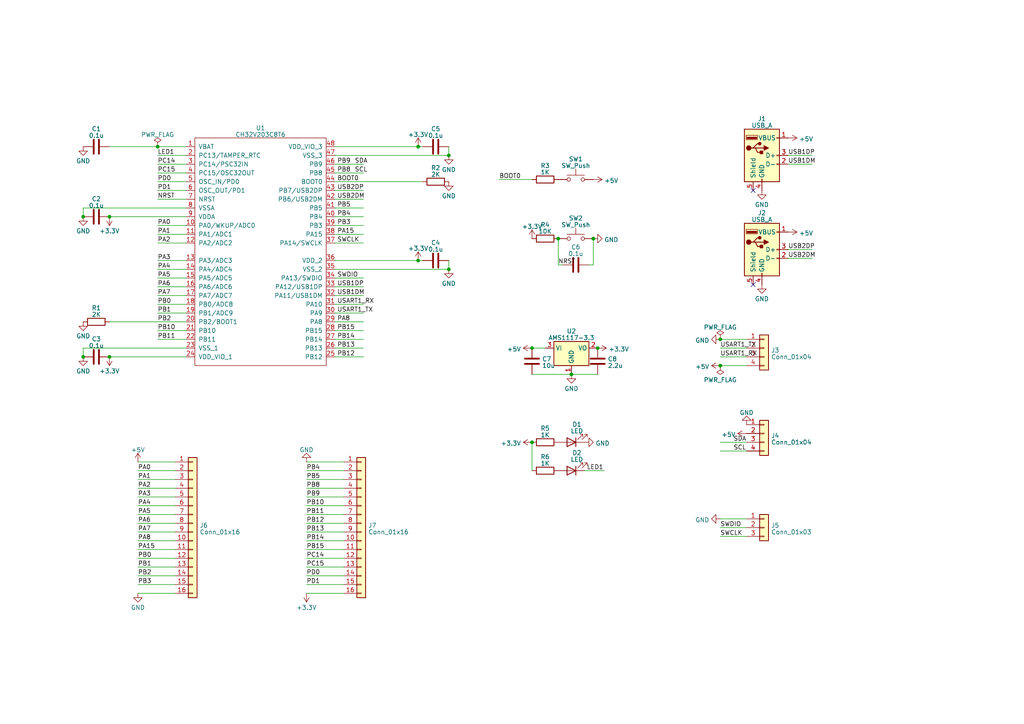
<source format=kicad_sch>
(kicad_sch (version 20230121) (generator eeschema)
  (paper "A4")
  (lib_symbols
    (symbol "Connector:USB_A" (pin_names (offset 1.016))
      (property "Reference" "J" (at -5.08 11.43 0))
      (property "Value" "USB_A" (at -5.08 8.89 0))
      (symbol "USB_A_0_1"
        (rectangle (start -5.08 -7.62) (end 5.08 7.62) (stroke (width 0.254)) (fill (type background)))
        (circle (center -3.81 2.159) (radius 0.635) (stroke (width 0.254)) (fill (type outline)))
        (rectangle (start -1.524 4.826) (end -4.318 5.334) (fill (type outline)))
        (rectangle (start -1.27 4.572) (end -4.572 5.842))
        (circle (center -0.635 3.429) (radius 0.381) (stroke (width 0.254)) (fill (type outline)))
        (rectangle (start -0.127 -7.62) (end 0.127 -6.858))
        (polyline (pts (xy -3.175 2.159) (xy -2.54 2.159) (xy -1.27 3.429) (xy -0.635 3.429)) (stroke (width 0.254)))
        (polyline (pts (xy -2.54 2.159) (xy -1.905 2.159) (xy -1.27 0.889) (xy 0 0.889)) (stroke (width 0.254)))
        (polyline (pts (xy 0.635 2.794) (xy 0.635 1.524) (xy 1.905 2.159) (xy 0.635 2.794)) (stroke (width 0.254)) (fill (type outline)))
        (rectangle (start 0.254 1.27) (end -0.508 0.508) (stroke (width 0.254)) (fill (type outline)))
        (rectangle (start 5.08 -2.667) (end 4.318 -2.413))
        (rectangle (start 5.08 -0.127) (end 4.318 0.127))
        (rectangle (start 5.08 4.953) (end 4.318 5.207))
      )
      (symbol "USB_A_1_1"
        (polyline (pts (xy -1.905 2.159) (xy 0.635 2.159)) (stroke (width 0.254)))
        (pin power_in line (at 7.62 5.08 180) (length 2.54) (name "VBUS") (number "1"))
        (pin bidirectional line (at 7.62 -2.54 180) (length 2.54) (name "D-") (number "2"))
        (pin bidirectional line (at 7.62 0 180) (length 2.54) (name "D+") (number "3"))
        (pin power_in line (at 0 -10.16 90) (length 2.54) (name "GND") (number "4"))
        (pin passive line (at -2.54 -10.16 90) (length 2.54) (name "Shield") (number "5"))
      )
    )
    (symbol "Connector_Generic:Conn_01x03" (pin_names (offset 1.016) hide)
      (property "Reference" "J" (at 0 5.08 0))
      (property "Value" "Conn_01x03" (at 0 -5.08 0))
      (symbol "Conn_01x03_1_1"
        (rectangle (start -1.27 -2.413) (end 0 -2.667) (stroke (width 0.1524)))
        (rectangle (start -1.27 0.127) (end 0 -0.127) (stroke (width 0.1524)))
        (rectangle (start -1.27 2.667) (end 0 2.413) (stroke (width 0.1524)))
        (rectangle (start -1.27 3.81) (end 1.27 -3.81) (stroke (width 0.254)) (fill (type background)))
        (pin passive line (at -5.08 2.54 0) (length 3.81) (name "Pin_1") (number "1"))
        (pin passive line (at -5.08 0 0) (length 3.81) (name "Pin_2") (number "2"))
        (pin passive line (at -5.08 -2.54 0) (length 3.81) (name "Pin_3") (number "3"))
      )
    )
    (symbol "Connector_Generic:Conn_01x04" (pin_names (offset 1.016) hide)
      (property "Reference" "J" (at 0 5.08 0))
      (property "Value" "Conn_01x04" (at 0 -7.62 0))
      (symbol "Conn_01x04_1_1"
        (rectangle (start -1.27 -4.953) (end 0 -5.207) (stroke (width 0.1524)))
        (rectangle (start -1.27 -2.413) (end 0 -2.667) (stroke (width 0.1524)))
        (rectangle (start -1.27 0.127) (end 0 -0.127) (stroke (width 0.1524)))
        (rectangle (start -1.27 2.667) (end 0 2.413) (stroke (width 0.1524)))
        (rectangle (start -1.27 3.81) (end 1.27 -6.35) (stroke (width 0.254)) (fill (type background)))
        (pin passive line (at -5.08 2.54 0) (length 3.81) (name "Pin_1") (number "1"))
        (pin passive line (at -5.08 0 0) (length 3.81) (name "Pin_2") (number "2"))
        (pin passive line (at -5.08 -2.54 0) (length 3.81) (name "Pin_3") (number "3"))
        (pin passive line (at -5.08 -5.08 0) (length 3.81) (name "Pin_4") (number "4"))
      )
    )
    (symbol "Connector_Generic:Conn_01x16" (pin_names (offset 1.016) hide)
      (property "Reference" "J" (at 0 20.32 0))
      (property "Value" "Conn_01x16" (at 0 -22.86 0))
      (symbol "Conn_01x16_1_1"
        (rectangle (start -1.27 -20.193) (end 0 -20.447) (stroke (width 0.1524)))
        (rectangle (start -1.27 -17.653) (end 0 -17.907) (stroke (width 0.1524)))
        (rectangle (start -1.27 -15.113) (end 0 -15.367) (stroke (width 0.1524)))
        (rectangle (start -1.27 -12.573) (end 0 -12.827) (stroke (width 0.1524)))
        (rectangle (start -1.27 -10.033) (end 0 -10.287) (stroke (width 0.1524)))
        (rectangle (start -1.27 -7.493) (end 0 -7.747) (stroke (width 0.1524)))
        (rectangle (start -1.27 -4.953) (end 0 -5.207) (stroke (width 0.1524)))
        (rectangle (start -1.27 -2.413) (end 0 -2.667) (stroke (width 0.1524)))
        (rectangle (start -1.27 0.127) (end 0 -0.127) (stroke (width 0.1524)))
        (rectangle (start -1.27 2.667) (end 0 2.413) (stroke (width 0.1524)))
        (rectangle (start -1.27 5.207) (end 0 4.953) (stroke (width 0.1524)))
        (rectangle (start -1.27 7.747) (end 0 7.493) (stroke (width 0.1524)))
        (rectangle (start -1.27 10.287) (end 0 10.033) (stroke (width 0.1524)))
        (rectangle (start -1.27 12.827) (end 0 12.573) (stroke (width 0.1524)))
        (rectangle (start -1.27 15.367) (end 0 15.113) (stroke (width 0.1524)))
        (rectangle (start -1.27 17.907) (end 0 17.653) (stroke (width 0.1524)))
        (rectangle (start -1.27 19.05) (end 1.27 -21.59) (stroke (width 0.254)) (fill (type background)))
        (pin passive line (at -5.08 17.78 0) (length 3.81) (name "Pin_1") (number "1"))
        (pin passive line (at -5.08 -5.08 0) (length 3.81) (name "Pin_10") (number "10"))
        (pin passive line (at -5.08 -7.62 0) (length 3.81) (name "Pin_11") (number "11"))
        (pin passive line (at -5.08 -10.16 0) (length 3.81) (name "Pin_12") (number "12"))
        (pin passive line (at -5.08 -12.7 0) (length 3.81) (name "Pin_13") (number "13"))
        (pin passive line (at -5.08 -15.24 0) (length 3.81) (name "Pin_14") (number "14"))
        (pin passive line (at -5.08 -17.78 0) (length 3.81) (name "Pin_15") (number "15"))
        (pin passive line (at -5.08 -20.32 0) (length 3.81) (name "Pin_16") (number "16"))
        (pin passive line (at -5.08 15.24 0) (length 3.81) (name "Pin_2") (number "2"))
        (pin passive line (at -5.08 12.7 0) (length 3.81) (name "Pin_3") (number "3"))
        (pin passive line (at -5.08 10.16 0) (length 3.81) (name "Pin_4") (number "4"))
        (pin passive line (at -5.08 7.62 0) (length 3.81) (name "Pin_5") (number "5"))
        (pin passive line (at -5.08 5.08 0) (length 3.81) (name "Pin_6") (number "6"))
        (pin passive line (at -5.08 2.54 0) (length 3.81) (name "Pin_7") (number "7"))
        (pin passive line (at -5.08 0 0) (length 3.81) (name "Pin_8") (number "8"))
        (pin passive line (at -5.08 -2.54 0) (length 3.81) (name "Pin_9") (number "9"))
      )
    )
    (symbol "Device:C" (pin_numbers hide) (pin_names (offset 0.254))
      (property "Reference" "C" (at 0.635 2.54 0))
      (property "Value" "C" (at 0.635 -2.54 0))
      (symbol "C_0_1"
        (polyline (pts (xy -2.032 -0.762) (xy 2.032 -0.762)) (stroke (width 0.508)))
        (polyline (pts (xy -2.032 0.762) (xy 2.032 0.762)) (stroke (width 0.508)))
      )
      (symbol "C_1_1"
        (pin passive line (at 0 3.81 270) (length 2.794) (name "~") (number "1"))
        (pin passive line (at 0 -3.81 90) (length 2.794) (name "~") (number "2"))
      )
    )
    (symbol "Device:LED" (pin_numbers hide) (pin_names (offset 1.016) hide)
      (property "Reference" "D" (at 0 2.54 0))
      (property "Value" "LED" (at 0 -2.54 0))
      (symbol "LED_0_1"
        (polyline (pts (xy -1.27 -1.27) (xy -1.27 1.27)) (stroke (width 0.254)))
        (polyline (pts (xy -1.27 0) (xy 1.27 0)))
        (polyline (pts (xy 1.27 -1.27) (xy 1.27 1.27) (xy -1.27 0) (xy 1.27 -1.27)) (stroke (width 0.254)))
        (polyline (pts (xy -3.048 -0.762) (xy -4.572 -2.286) (xy -3.81 -2.286) (xy -4.572 -2.286) (xy -4.572 -1.524)))
        (polyline (pts (xy -1.778 -0.762) (xy -3.302 -2.286) (xy -2.54 -2.286) (xy -3.302 -2.286) (xy -3.302 -1.524)))
      )
      (symbol "LED_1_1"
        (pin passive line (at -3.81 0 0) (length 2.54) (name "K") (number "1"))
        (pin passive line (at 3.81 0 180) (length 2.54) (name "A") (number "2"))
      )
    )
    (symbol "Device:R" (pin_numbers hide) (pin_names (offset 0))
      (property "Reference" "R" (at 2.032 0 90))
      (property "Value" "R" (at 0 0 90))
      (symbol "R_0_1"
        (rectangle (start -1.016 -2.54) (end 1.016 2.54) (stroke (width 0.254)))
      )
      (symbol "R_1_1"
        (pin passive line (at 0 3.81 270) (length 1.27) (name "~") (number "1"))
        (pin passive line (at 0 -3.81 90) (length 1.27) (name "~") (number "2"))
      )
    )
    (symbol "Regulator_Linear:AMS1117-3.3"
      (property "Reference" "U" (at -3.81 3.175 0))
      (property "Value" "AMS1117-3.3" (at 0 3.175 0))
      (symbol "AMS1117-3.3_0_1"
        (rectangle (start -5.08 -5.08) (end 5.08 1.905) (stroke (width 0.254)) (fill (type background)))
      )
      (symbol "AMS1117-3.3_1_1"
        (pin power_in line (at 0 -7.62 90) (length 2.54) (name "GND") (number "1"))
        (pin power_out line (at 7.62 0 180) (length 2.54) (name "VO") (number "2"))
        (pin power_in line (at -7.62 0 0) (length 2.54) (name "VI") (number "3"))
      )
    )
    (symbol "Switch:SW_Push" (pin_numbers hide) (pin_names (offset 1.016) hide)
      (property "Reference" "SW" (at 1.27 2.54 0))
      (property "Value" "SW_Push" (at 0 -1.524 0))
      (symbol "SW_Push_0_1"
        (circle (center -2.032 0) (radius 0.508))
        (polyline (pts (xy 0 1.27) (xy 0 3.048)))
        (polyline (pts (xy 2.54 1.27) (xy -2.54 1.27)))
        (circle (center 2.032 0) (radius 0.508))
        (pin passive line (at -5.08 0 0) (length 2.54) (name "1") (number "1"))
        (pin passive line (at 5.08 0 180) (length 2.54) (name "2") (number "2"))
      )
    )
    (symbol "power:+3.3V" (power) (pin_names (offset 0))
      (property "Value" "+3.3V" (at 0 3.556 0))
      (symbol "+3.3V_0_1"
        (polyline (pts (xy -0.762 1.27) (xy 0 2.54)))
        (polyline (pts (xy 0 0) (xy 0 2.54)))
        (polyline (pts (xy 0 2.54) (xy 0.762 1.27)))
      )
      (symbol "+3.3V_1_1"
        (pin power_in line (at 0 0 90) (length 0) hide (name "+3.3V") (number "1"))
      )
    )
    (symbol "power:+5V" (power) (pin_names (offset 0))
      (property "Value" "+5V" (at 0 3.556 0))
      (symbol "+5V_0_1"
        (polyline (pts (xy -0.762 1.27) (xy 0 2.54)))
        (polyline (pts (xy 0 0) (xy 0 2.54)))
        (polyline (pts (xy 0 2.54) (xy 0.762 1.27)))
      )
      (symbol "+5V_1_1"
        (pin power_in line (at 0 0 90) (length 0) hide (name "+5V") (number "1"))
      )
    )
    (symbol "power:GND" (power) (pin_names (offset 0))
      (property "Value" "GND" (at 0 -3.81 0))
      (symbol "GND_0_1"
        (polyline (pts (xy 0 0) (xy 0 -1.27) (xy 1.27 -1.27) (xy 0 -2.54) (xy -1.27 -1.27) (xy 0 -1.27)))
      )
      (symbol "GND_1_1"
        (pin power_in line (at 0 0 270) (length 0) hide (name "GND") (number "1"))
      )
    )
    (symbol "power:PWR_FLAG" (power) (pin_numbers hide) (pin_names (offset 0) hide)
      (property "Value" "PWR_FLAG" (at 0 3.81 0))
      (symbol "PWR_FLAG_0_0"
        (pin power_out line (at 0 0 90) (length 0) (name "pwr") (number "1"))
      )
      (symbol "PWR_FLAG_0_1"
        (polyline (pts (xy 0 0) (xy 0 1.27) (xy -1.016 1.905) (xy 0 2.54) (xy 1.016 1.905) (xy 0 1.27)))
      )
    )
    (symbol "toyoshim:CH32V203C8T6" (pin_names (offset 1.016))
      (property "Reference" "U" (at 0 36.83 0))
      (property "Value" "CH32V203C8T6" (at 0 34.29 0))
      (symbol "CH32V203C8T6_0_1"
        (rectangle (start -19.05 31.75) (end 19.05 -34.29))
      )
      (symbol "CH32V203C8T6_1_1"
        (pin power_in line (at -21.59 29.21 0) (length 2.54) (name "VBAT") (number "1"))
        (pin tri_state line (at -21.59 6.35 0) (length 2.54) (name "PA0/WKUP/ADC0") (number "10"))
        (pin tri_state line (at -21.59 3.81 0) (length 2.54) (name "PA1/ADC1") (number "11"))
        (pin tri_state line (at -21.59 1.27 0) (length 2.54) (name "PA2/ADC2") (number "12"))
        (pin tri_state line (at -21.59 -3.81 0) (length 2.54) (name "PA3/ADC3") (number "13"))
        (pin tri_state line (at -21.59 -6.35 0) (length 2.54) (name "PA4/ADC4") (number "14"))
        (pin tri_state line (at -21.59 -8.89 0) (length 2.54) (name "PA5/ADC5") (number "15"))
        (pin tri_state line (at -21.59 -11.43 0) (length 2.54) (name "PA6/ADC6") (number "16"))
        (pin tri_state line (at -21.59 -13.97 0) (length 2.54) (name "PA7/ADC7") (number "17"))
        (pin tri_state line (at -21.59 -16.51 0) (length 2.54) (name "PB0/ADC8") (number "18"))
        (pin tri_state line (at -21.59 -19.05 0) (length 2.54) (name "PB1/ADC9") (number "19"))
        (pin tri_state line (at -21.59 26.67 0) (length 2.54) (name "PC13/TAMPER_RTC") (number "2"))
        (pin tri_state line (at -21.59 -21.59 0) (length 2.54) (name "PB2/BOOT1") (number "20"))
        (pin tri_state line (at -21.59 -24.13 0) (length 2.54) (name "PB10") (number "21"))
        (pin tri_state line (at -21.59 -26.67 0) (length 2.54) (name "PB11") (number "22"))
        (pin power_in line (at -21.59 -29.21 0) (length 2.54) (name "VSS_1") (number "23"))
        (pin power_in line (at -21.59 -31.75 0) (length 2.54) (name "VDD_VIO_1") (number "24"))
        (pin tri_state line (at 21.59 -31.75 180) (length 2.54) (name "PB12") (number "25"))
        (pin tri_state line (at 21.59 -29.21 180) (length 2.54) (name "PB13") (number "26"))
        (pin tri_state line (at 21.59 -26.67 180) (length 2.54) (name "PB14") (number "27"))
        (pin tri_state line (at 21.59 -24.13 180) (length 2.54) (name "PB15") (number "28"))
        (pin tri_state line (at 21.59 -21.59 180) (length 2.54) (name "PA8") (number "29"))
        (pin tri_state line (at -21.59 24.13 0) (length 2.54) (name "PC14/PSC32IN") (number "3"))
        (pin tri_state line (at 21.59 -19.05 180) (length 2.54) (name "PA9") (number "30"))
        (pin tri_state line (at 21.59 -16.51 180) (length 2.54) (name "PA10") (number "31"))
        (pin tri_state line (at 21.59 -13.97 180) (length 2.54) (name "PA11/USB1DM") (number "32"))
        (pin tri_state line (at 21.59 -11.43 180) (length 2.54) (name "PA12/USB1DP") (number "33"))
        (pin tri_state line (at 21.59 -8.89 180) (length 2.54) (name "PA13/SWDIO") (number "34"))
        (pin power_in line (at 21.59 -6.35 180) (length 2.54) (name "VSS_2") (number "35"))
        (pin power_in line (at 21.59 -3.81 180) (length 2.54) (name "VDD_2") (number "36"))
        (pin tri_state line (at 21.59 1.27 180) (length 2.54) (name "PA14/SWCLK") (number "37"))
        (pin tri_state line (at 21.59 3.81 180) (length 2.54) (name "PA15") (number "38"))
        (pin tri_state line (at 21.59 6.35 180) (length 2.54) (name "PB3") (number "39"))
        (pin tri_state line (at -21.59 21.59 0) (length 2.54) (name "PC15/OSC32OUT") (number "4"))
        (pin tri_state line (at 21.59 8.89 180) (length 2.54) (name "PB4") (number "40"))
        (pin tri_state line (at 21.59 11.43 180) (length 2.54) (name "PB5") (number "41"))
        (pin tri_state line (at 21.59 13.97 180) (length 2.54) (name "PB6/USB2DM") (number "42"))
        (pin tri_state line (at 21.59 16.51 180) (length 2.54) (name "PB7/USB2DP") (number "43"))
        (pin tri_state line (at 21.59 19.05 180) (length 2.54) (name "BOOT0") (number "44"))
        (pin tri_state line (at 21.59 21.59 180) (length 2.54) (name "PB8") (number "45"))
        (pin tri_state line (at 21.59 24.13 180) (length 2.54) (name "PB9") (number "46"))
        (pin power_in line (at 21.59 26.67 180) (length 2.54) (name "VSS_3") (number "47"))
        (pin power_in line (at 21.59 29.21 180) (length 2.54) (name "VDD_VIO_3") (number "48"))
        (pin tri_state line (at -21.59 19.05 0) (length 2.54) (name "OSC_IN/PD0") (number "5"))
        (pin tri_state line (at -21.59 16.51 0) (length 2.54) (name "OSC_OUT/PD1") (number "6"))
        (pin input line (at -21.59 13.97 0) (length 2.54) (name "NRST") (number "7"))
        (pin power_in line (at -21.59 11.43 0) (length 2.54) (name "VSSA") (number "8"))
        (pin power_in line (at -21.59 8.89 0) (length 2.54) (name "VDDA") (number "9"))
      )
    )
  )
  (junction (at 173.355 100.965))
  (junction (at 154.305 128.27))
  (junction (at 121.285 75.565))
  (junction (at 45.72 42.545))
  (junction (at 172.085 69.215))
  (junction (at 31.75 103.505))
  (junction (at 154.305 100.965))
  (junction (at 121.285 42.545))
  (junction (at 24.13 103.505))
  (junction (at 161.925 69.215))
  (junction (at 24.13 62.865))
  (junction (at 165.735 108.585))
  (junction (at 208.915 98.425))
  (junction (at 130.175 78.105))
  (junction (at 130.175 45.085))
  (junction (at 31.75 62.865))
  (junction (at 208.915 106.045))
  (no_connect (at 218.44 82.55))
  (no_connect (at 218.44 55.245))
  (wire (pts (xy 97.155 60.325) (xy 105.41 60.325)))
  (wire (pts (xy 172.085 76.835) (xy 170.815 76.835)))
  (wire (pts (xy 45.72 45.085) (xy 53.975 45.085)))
  (wire (pts (xy 97.155 65.405) (xy 105.41 65.405)))
  (wire (pts (xy 121.285 75.565) (xy 122.555 75.565)))
  (wire (pts (xy 40.005 139.065) (xy 50.8 139.065)))
  (wire (pts (xy 40.005 133.985) (xy 50.8 133.985)))
  (wire (pts (xy 228.6 74.93) (xy 235.585 74.93)))
  (wire (pts (xy 45.72 70.485) (xy 53.975 70.485)))
  (wire (pts (xy 88.9 167.005) (xy 99.695 167.005)))
  (wire (pts (xy 88.9 169.545) (xy 99.695 169.545)))
  (wire (pts (xy 40.005 167.005) (xy 50.8 167.005)))
  (wire (pts (xy 97.155 62.865) (xy 105.41 62.865)))
  (wire (pts (xy 97.155 100.965) (xy 105.41 100.965)))
  (wire (pts (xy 88.9 156.845) (xy 99.695 156.845)))
  (wire (pts (xy 45.72 78.105) (xy 53.975 78.105)))
  (wire (pts (xy 97.155 95.885) (xy 105.41 95.885)))
  (wire (pts (xy 130.175 45.085) (xy 130.175 42.545)))
  (wire (pts (xy 40.005 161.925) (xy 50.8 161.925)))
  (wire (pts (xy 208.915 153.035) (xy 216.535 153.035)))
  (wire (pts (xy 45.72 65.405) (xy 53.975 65.405)))
  (wire (pts (xy 228.6 45.085) (xy 235.585 45.085)))
  (wire (pts (xy 228.6 72.39) (xy 235.585 72.39)))
  (wire (pts (xy 208.915 98.425) (xy 216.535 98.425)))
  (wire (pts (xy 45.72 80.645) (xy 53.975 80.645)))
  (wire (pts (xy 97.155 98.425) (xy 105.41 98.425)))
  (wire (pts (xy 88.9 141.605) (xy 99.695 141.605)))
  (wire (pts (xy 97.155 70.485) (xy 105.41 70.485)))
  (wire (pts (xy 45.72 47.625) (xy 53.975 47.625)))
  (wire (pts (xy 40.005 151.765) (xy 50.8 151.765)))
  (wire (pts (xy 97.155 67.945) (xy 105.41 67.945)))
  (wire (pts (xy 208.915 150.495) (xy 216.535 150.495)))
  (wire (pts (xy 208.915 128.27) (xy 216.535 128.27)))
  (wire (pts (xy 88.9 154.305) (xy 99.695 154.305)))
  (wire (pts (xy 88.9 151.765) (xy 99.695 151.765)))
  (wire (pts (xy 40.005 156.845) (xy 50.8 156.845)))
  (wire (pts (xy 97.155 75.565) (xy 121.285 75.565)))
  (wire (pts (xy 208.915 103.505) (xy 216.535 103.505)))
  (wire (pts (xy 45.72 85.725) (xy 53.975 85.725)))
  (wire (pts (xy 45.72 50.165) (xy 53.975 50.165)))
  (wire (pts (xy 97.155 103.505) (xy 105.41 103.505)))
  (wire (pts (xy 97.155 42.545) (xy 121.285 42.545)))
  (wire (pts (xy 172.085 69.215) (xy 172.085 76.835)))
  (wire (pts (xy 97.155 85.725) (xy 105.41 85.725)))
  (wire (pts (xy 161.925 69.215) (xy 161.925 76.835)))
  (wire (pts (xy 45.72 90.805) (xy 53.975 90.805)))
  (wire (pts (xy 97.155 90.805) (xy 105.41 90.805)))
  (wire (pts (xy 208.915 155.575) (xy 216.535 155.575)))
  (wire (pts (xy 24.13 100.965) (xy 53.975 100.965)))
  (wire (pts (xy 208.915 106.045) (xy 216.535 106.045)))
  (wire (pts (xy 97.155 80.645) (xy 105.41 80.645)))
  (wire (pts (xy 154.305 100.965) (xy 158.115 100.965)))
  (wire (pts (xy 208.915 130.81) (xy 216.535 130.81)))
  (wire (pts (xy 45.72 75.565) (xy 53.975 75.565)))
  (wire (pts (xy 40.005 141.605) (xy 50.8 141.605)))
  (wire (pts (xy 97.155 83.185) (xy 105.41 83.185)))
  (wire (pts (xy 121.285 42.545) (xy 122.555 42.545)))
  (wire (pts (xy 97.155 55.245) (xy 105.41 55.245)))
  (wire (pts (xy 31.75 62.865) (xy 53.975 62.865)))
  (wire (pts (xy 40.005 159.385) (xy 50.8 159.385)))
  (wire (pts (xy 88.9 139.065) (xy 99.695 139.065)))
  (wire (pts (xy 24.13 60.325) (xy 53.975 60.325)))
  (wire (pts (xy 97.155 50.165) (xy 105.41 50.165)))
  (wire (pts (xy 169.545 136.525) (xy 175.26 136.525)))
  (wire (pts (xy 31.75 103.505) (xy 53.975 103.505)))
  (wire (pts (xy 144.78 52.07) (xy 154.305 52.07)))
  (wire (pts (xy 40.005 136.525) (xy 50.8 136.525)))
  (wire (pts (xy 31.75 93.345) (xy 53.975 93.345)))
  (wire (pts (xy 154.305 128.27) (xy 154.305 136.525)))
  (wire (pts (xy 45.72 52.705) (xy 53.975 52.705)))
  (wire (pts (xy 40.005 169.545) (xy 50.8 169.545)))
  (wire (pts (xy 88.9 136.525) (xy 99.695 136.525)))
  (wire (pts (xy 45.72 95.885) (xy 53.975 95.885)))
  (wire (pts (xy 88.9 161.925) (xy 99.695 161.925)))
  (wire (pts (xy 88.9 144.145) (xy 99.695 144.145)))
  (wire (pts (xy 154.305 108.585) (xy 165.735 108.585)))
  (wire (pts (xy 161.925 76.835) (xy 163.195 76.835)))
  (wire (pts (xy 24.13 60.325) (xy 24.13 62.865)))
  (wire (pts (xy 88.9 159.385) (xy 99.695 159.385)))
  (wire (pts (xy 97.155 45.085) (xy 130.175 45.085)))
  (wire (pts (xy 130.175 78.105) (xy 130.175 75.565)))
  (wire (pts (xy 40.005 149.225) (xy 50.8 149.225)))
  (wire (pts (xy 97.155 78.105) (xy 130.175 78.105)))
  (wire (pts (xy 88.9 133.985) (xy 99.695 133.985)))
  (wire (pts (xy 40.005 146.685) (xy 50.8 146.685)))
  (wire (pts (xy 208.915 100.965) (xy 216.535 100.965)))
  (wire (pts (xy 165.735 108.585) (xy 173.355 108.585)))
  (wire (pts (xy 45.72 67.945) (xy 53.975 67.945)))
  (wire (pts (xy 45.72 57.785) (xy 53.975 57.785)))
  (wire (pts (xy 45.72 98.425) (xy 53.975 98.425)))
  (wire (pts (xy 88.9 172.085) (xy 99.695 172.085)))
  (wire (pts (xy 31.75 42.545) (xy 45.72 42.545)))
  (wire (pts (xy 24.13 100.965) (xy 24.13 103.505)))
  (wire (pts (xy 97.155 47.625) (xy 105.41 47.625)))
  (wire (pts (xy 45.72 42.545) (xy 53.975 42.545)))
  (wire (pts (xy 40.005 154.305) (xy 50.8 154.305)))
  (wire (pts (xy 88.9 146.685) (xy 99.695 146.685)))
  (wire (pts (xy 40.005 172.085) (xy 50.8 172.085)))
  (wire (pts (xy 97.155 57.785) (xy 105.41 57.785)))
  (wire (pts (xy 97.155 88.265) (xy 105.41 88.265)))
  (wire (pts (xy 97.155 93.345) (xy 105.41 93.345)))
  (wire (pts (xy 40.005 144.145) (xy 50.8 144.145)))
  (wire (pts (xy 40.005 164.465) (xy 50.8 164.465)))
  (wire (pts (xy 45.72 83.185) (xy 53.975 83.185)))
  (wire (pts (xy 97.155 52.705) (xy 122.555 52.705)))
  (wire (pts (xy 88.9 164.465) (xy 99.695 164.465)))
  (wire (pts (xy 228.6 47.625) (xy 235.585 47.625)))
  (wire (pts (xy 45.72 88.265) (xy 53.975 88.265)))
  (wire (pts (xy 45.72 55.245) (xy 53.975 55.245)))
  (wire (pts (xy 88.9 149.225) (xy 99.695 149.225)))
  (label "PD0" (at 88.9 167.005 0))
  (label "PA6" (at 45.72 83.185 0))
  (label "PA8" (at 40.005 156.845 0))
  (label "PA2" (at 40.005 141.605 0))
  (label "SWDIO" (at 97.79 80.645 0))
  (label "PA1" (at 45.72 67.945 0))
  (label "PA0" (at 40.005 136.525 0))
  (label "PB3" (at 40.005 169.545 0))
  (label "PD1" (at 88.9 169.545 0))
  (label "PA6" (at 40.005 151.765 0))
  (label "BOOT0" (at 144.78 52.07 0))
  (label "PA4" (at 45.72 78.105 0))
  (label "PB12" (at 88.9 151.765 0))
  (label "SWCLK" (at 97.79 70.485 0))
  (label "BOOT0" (at 97.79 52.705 0))
  (label "PB9" (at 88.9 144.145 0))
  (label "PA7" (at 40.005 154.305 0))
  (label "PB14" (at 88.9 156.845 0))
  (label "PB2" (at 45.72 93.345 0))
  (label "USB1DP" (at 97.79 83.185 0))
  (label "SWDIO" (at 208.915 153.035 0))
  (label "PB5" (at 97.79 60.325 0))
  (label "PA8" (at 97.79 93.345 0))
  (label "PB10" (at 45.72 95.885 0))
  (label "PB10" (at 88.9 146.685 0))
  (label "PB11" (at 88.9 149.225 0))
  (label "PB2" (at 40.005 167.005 0))
  (label "USB2DP" (at 97.79 55.245 0))
  (label "USB1DM" (at 228.6 47.625 0))
  (label "PB12" (at 97.79 103.505 0))
  (label "PB1" (at 40.005 164.465 0))
  (label "PB11" (at 45.72 98.425 0))
  (label "PB0" (at 40.005 161.925 0))
  (label "PA7" (at 45.72 85.725 0))
  (label "PA2" (at 45.72 70.485 0))
  (label "PA5" (at 45.72 80.645 0))
  (label "PA3" (at 45.72 75.565 0))
  (label "LED1" (at 170.18 136.525 0))
  (label "PB15" (at 97.79 95.885 0))
  (label "USB1DP" (at 228.6 45.085 0))
  (label "PC14" (at 45.72 47.625 0))
  (label "USB1DM" (at 97.79 85.725 0))
  (label "PB8" (at 97.79 50.165 0))
  (label "PB13" (at 88.9 154.305 0))
  (label "USART1_TX" (at 97.79 90.805 0))
  (label "SCL" (at 212.725 130.81 0))
  (label "USART1_RX" (at 97.79 88.265 0))
  (label "PD1" (at 45.72 55.245 0))
  (label "NRST" (at 161.925 76.835 0))
  (label "PB15" (at 88.9 159.385 0))
  (label "PA3" (at 40.005 144.145 0))
  (label "PA5" (at 40.005 149.225 0))
  (label "USART1_TX" (at 208.915 100.965 0))
  (label "SDA" (at 102.87 47.625 0))
  (label "PA15" (at 40.005 159.385 0))
  (label "SCL" (at 102.87 50.165 0))
  (label "SDA" (at 212.725 128.27 0))
  (label "PB14" (at 97.79 98.425 0))
  (label "PB5" (at 88.9 139.065 0))
  (label "USB2DM" (at 97.79 57.785 0))
  (label "PC15" (at 45.72 50.165 0))
  (label "NRST" (at 45.72 57.785 0))
  (label "PB4" (at 88.9 136.525 0))
  (label "PA4" (at 40.005 146.685 0))
  (label "PD0" (at 45.72 52.705 0))
  (label "PB13" (at 97.79 100.965 0))
  (label "USART1_RX" (at 208.915 103.505 0))
  (label "PB1" (at 45.72 90.805 0))
  (label "PC14" (at 88.9 161.925 0))
  (label "PB8" (at 88.9 141.605 0))
  (label "USB2DM" (at 228.6 74.93 0))
  (label "PB4" (at 97.79 62.865 0))
  (label "USB2DP" (at 228.6 72.39 0))
  (label "PB9" (at 97.79 47.625 0))
  (label "PC15" (at 88.9 164.465 0))
  (label "LED1" (at 45.72 45.085 0))
  (label "PB0" (at 45.72 88.265 0))
  (label "SWCLK" (at 208.915 155.575 0))
  (label "PA0" (at 45.72 65.405 0))
  (label "PB3" (at 97.79 65.405 0))
  (label "PA1" (at 40.005 139.065 0))
  (label "PA15" (at 97.79 67.945 0))
  (symbol (lib_id "Device:C") (at 126.365 75.565 90) (unit 1)
    (property "Reference" "C4" (at 126.365 70.3961 90))
    (property "Value" "0.1u" (at 126.365 72.3171 90))
    (property "Footprint" "Capacitor_SMD:C_0402_1005Metric" (effects hide))
  )
  (symbol (lib_id "Device:C") (at 173.355 104.775 0) (unit 1)
    (property "Reference" "C8" (at 176.276 104.1313 0) (effects (justify left)))
    (property "Value" "2.2u" (at 176.276 106.0523 0) (effects (justify left)))
    (property "Footprint" "Capacitor_SMD:C_0402_1005Metric" (effects hide))
  )
  (symbol (lib_id "Switch:SW_Push") (at 167.005 52.07 0) (unit 1)
    (property "Reference" "SW1" (at 167.005 46.1391 0))
    (property "Value" "SW_Push" (at 167.005 48.0601 0))
    (property "Footprint" "toyoshim:TS-1159B" (effects hide))
    (property "LCSC" "C381055" (effects hide))
  )
  (symbol (lib_id "power:+3.3V") (at 154.305 69.215 0) (unit 1)
    (property "Reference" "#PWR013" (effects hide))
    (property "Value" "+3.3V" (at 154.305 65.7131 0))
  )
  (symbol (lib_id "power:+3.3V") (at 154.305 128.27 90) (unit 1)
    (property "Reference" "#PWR027" (effects hide))
    (property "Value" "+3.3V" (at 151.13 128.5868 90) (effects (justify left)))
  )
  (symbol (lib_id "power:+5V") (at 228.6 40.005 270) (unit 1)
    (property "Reference" "#PWR015" (effects hide))
    (property "Value" "+5V" (at 231.775 40.3218 90) (effects (justify left)))
  )
  (symbol (lib_id "Device:C") (at 27.94 62.865 90) (unit 1)
    (property "Reference" "C2" (at 27.94 57.6961 90))
    (property "Value" "0.1u" (at 27.94 59.6171 90))
    (property "Footprint" "Capacitor_SMD:C_0402_1005Metric" (effects hide))
  )
  (symbol (lib_id "Device:R") (at 27.94 93.345 90) (unit 1)
    (property "Reference" "R1" (at 27.94 89.3191 90))
    (property "Value" "2K" (at 27.94 91.2401 90))
    (property "Footprint" "Resistor_SMD:R_0402_1005Metric" (effects hide))
  )
  (symbol (lib_id "power:GND") (at 24.13 93.345 0) (unit 1)
    (property "Reference" "#PWR010" (effects hide))
    (property "Value" "GND" (at 24.13 97.4805 0))
  )
  (symbol (lib_id "power:+5V") (at 208.915 106.045 90) (unit 1)
    (property "Reference" "#PWR020" (effects hide))
    (property "Value" "+5V" (at 205.7401 106.3618 90) (effects (justify left)))
  )
  (symbol (lib_id "Connector:USB_A") (at 220.98 72.39 0) (unit 1)
    (property "Reference" "J2" (at 220.98 61.7601 0))
    (property "Value" "USB_A" (at 220.98 63.6811 0))
    (property "Footprint" "toyoshim:USB-A-TH_JTJ-USB-A-F-10.0-010" (effects hide))
    (property "Datasheet" " ~" (effects hide))
    (property "LCSC" "C42576" (effects hide))
  )
  (symbol (lib_id "Device:C") (at 126.365 42.545 90) (unit 1)
    (property "Reference" "C5" (at 126.365 37.3761 90))
    (property "Value" "0.1u" (at 126.365 39.2971 90))
    (property "Footprint" "Capacitor_SMD:C_0402_1005Metric" (effects hide))
  )
  (symbol (lib_id "power:+5V") (at 40.005 133.985 0) (unit 1)
    (property "Reference" "#PWR029" (effects hide))
    (property "Value" "+5V" (at 40.005 130.4831 0))
  )
  (symbol (lib_id "Switch:SW_Push") (at 167.005 69.215 0) (unit 1)
    (property "Reference" "SW2" (at 167.005 63.2841 0))
    (property "Value" "SW_Push" (at 167.005 65.2051 0))
    (property "Footprint" "toyoshim:TS-1159B" (effects hide))
    (property "LCSC" "C381055" (effects hide))
  )
  (symbol (lib_id "Regulator_Linear:AMS1117-3.3") (at 165.735 100.965 0) (unit 1)
    (property "Reference" "U2" (at 165.735 96.0501 0))
    (property "Value" "AMS1117-3.3" (at 165.735 97.9711 0))
    (property "Footprint" "Package_TO_SOT_SMD:SOT-223-3_TabPin2" (effects hide))
    (property "Datasheet" "http://www.advanced-monolithic.com/pdf/ds1117.pdf" (effects hide))
    (property "LCSC" "C347222" (effects hide))
  )
  (symbol (lib_id "power:+5V") (at 154.305 100.965 90) (unit 1)
    (property "Reference" "#PWR024" (effects hide))
    (property "Value" "+5V" (at 151.1301 101.2818 90) (effects (justify left)))
  )
  (symbol (lib_id "power:+3.3V") (at 173.355 100.965 270) (unit 1)
    (property "Reference" "#PWR025" (effects hide))
    (property "Value" "+3.3V" (at 176.53 101.2818 90) (effects (justify left)))
  )
  (symbol (lib_id "power:GND") (at 165.735 108.585 0) (unit 1)
    (property "Reference" "#PWR026" (effects hide))
    (property "Value" "GND" (at 165.735 112.7205 0))
  )
  (symbol (lib_id "toyoshim:CH32V203C8T6") (at 75.565 71.755 0) (unit 1)
    (property "Reference" "U1" (at 75.565 37.1221 0))
    (property "Value" "CH32V203C8T6" (at 75.565 39.0431 0))
    (property "Footprint" "Package_QFP:LQFP-48_7x7mm_P0.5mm" (effects hide))
    (property "LCSC" "C3001172" (effects hide))
  )
  (symbol (lib_id "Device:R") (at 158.115 52.07 90) (unit 1)
    (property "Reference" "R3" (at 158.115 48.0441 90))
    (property "Value" "1K" (at 158.115 49.9651 90))
    (property "Footprint" "Resistor_SMD:R_0402_1005Metric" (effects hide))
  )
  (symbol (lib_id "Device:C") (at 27.94 103.505 90) (unit 1)
    (property "Reference" "C3" (at 27.94 98.3361 90))
    (property "Value" "0.1u" (at 27.94 100.2571 90))
    (property "Footprint" "Capacitor_SMD:C_0402_1005Metric" (effects hide))
  )
  (symbol (lib_id "power:GND") (at 40.005 172.085 0) (unit 1)
    (property "Reference" "#PWR030" (effects hide))
    (property "Value" "GND" (at 40.005 176.2205 0))
  )
  (symbol (lib_id "Device:R") (at 158.115 69.215 90) (unit 1)
    (property "Reference" "R4" (at 158.115 65.1891 90))
    (property "Value" "10K" (at 158.115 67.1101 90))
    (property "Footprint" "Resistor_SMD:R_0402_1005Metric" (effects hide))
  )
  (symbol (lib_id "power:GND") (at 172.085 69.215 90) (unit 1)
    (property "Reference" "#PWR014" (effects hide))
    (property "Value" "GND" (at 175.26 69.5318 90) (effects (justify right)))
  )
  (symbol (lib_id "Device:R") (at 158.115 136.525 90) (unit 1)
    (property "Reference" "R6" (at 158.115 132.4991 90))
    (property "Value" "1K" (at 158.115 134.4201 90))
    (property "Footprint" "Resistor_SMD:R_0402_1005Metric" (effects hide))
  )
  (symbol (lib_id "Device:LED") (at 165.735 128.27 180) (unit 1)
    (property "Reference" "D1" (at 167.3225 123.1011 0))
    (property "Value" "LED" (at 167.3225 125.0221 0))
    (property "Footprint" "Capacitor_SMD:C_0603_1608Metric" (effects hide))
    (property "LCSC" "C965807" (effects hide))
  )
  (symbol (lib_id "Connector_Generic:Conn_01x16") (at 55.88 151.765 0) (unit 1)
    (property "Reference" "J6" (at 57.912 152.3913 0) (effects (justify left)))
    (property "Value" "Conn_01x16" (at 57.912 154.3123 0) (effects (justify left)))
    (property "Footprint" "Connector_PinHeader_2.54mm:PinHeader_1x16_P2.54mm_Vertical" (effects hide))
  )
  (symbol (lib_id "power:GND") (at 130.175 45.085 0) (unit 1)
    (property "Reference" "#PWR08" (effects hide))
    (property "Value" "GND" (at 130.175 49.2205 0))
  )
  (symbol (lib_id "Connector_Generic:Conn_01x03") (at 221.615 153.035 0) (unit 1)
    (property "Reference" "J5" (at 223.647 152.3913 0) (effects (justify left)))
    (property "Value" "Conn_01x03" (at 223.647 154.3123 0) (effects (justify left)))
    (property "Footprint" "Connector_PinHeader_2.54mm:PinHeader_1x03_P2.54mm_Vertical" (effects hide))
  )
  (symbol (lib_id "Device:R") (at 126.365 52.705 90) (unit 1)
    (property "Reference" "R2" (at 126.365 48.6791 90))
    (property "Value" "2K" (at 126.365 50.6001 90))
    (property "Footprint" "Resistor_SMD:R_0402_1005Metric" (effects hide))
  )
  (symbol (lib_id "power:GND") (at 88.9 133.985 180) (unit 1)
    (property "Reference" "#PWR031" (effects hide))
    (property "Value" "GND" (at 88.9 130.4831 0))
  )
  (symbol (lib_id "Connector:USB_A") (at 220.98 45.085 0) (unit 1)
    (property "Reference" "J1" (at 220.98 34.4551 0))
    (property "Value" "USB_A" (at 220.98 36.3761 0))
    (property "Footprint" "toyoshim:USB-A-TH_JTJ-USB-A-F-10.0-010" (effects hide))
    (property "Datasheet" " ~" (effects hide))
    (property "LCSC" "C42576" (effects hide))
  )
  (symbol (lib_id "power:GND") (at 130.175 52.705 0) (unit 1)
    (property "Reference" "#PWR011" (effects hide))
    (property "Value" "GND" (at 130.175 56.8405 0))
  )
  (symbol (lib_id "power:PWR_FLAG") (at 45.72 42.545 0) (unit 1)
    (property "Reference" "#FLG01" (effects hide))
    (property "Value" "PWR_FLAG" (at 45.72 39.0431 0))
  )
  (symbol (lib_id "power:+3.3V") (at 31.75 103.505 180) (unit 1)
    (property "Reference" "#PWR05" (effects hide))
    (property "Value" "+3.3V" (at 31.75 107.6405 0))
  )
  (symbol (lib_id "Device:LED") (at 165.735 136.525 180) (unit 1)
    (property "Reference" "D2" (at 167.3225 131.3561 0))
    (property "Value" "LED" (at 167.3225 133.2771 0))
    (property "Footprint" "Capacitor_SMD:C_0603_1608Metric" (effects hide))
    (property "LCSC" "C965807" (effects hide))
  )
  (symbol (lib_id "Connector_Generic:Conn_01x04") (at 221.615 100.965 0) (unit 1)
    (property "Reference" "J3" (at 223.647 101.5913 0) (effects (justify left)))
    (property "Value" "Conn_01x04" (at 223.647 103.5123 0) (effects (justify left)))
    (property "Footprint" "Connector_PinHeader_2.54mm:PinHeader_1x04_P2.54mm_Vertical" (effects hide))
  )
  (symbol (lib_id "Device:C") (at 167.005 76.835 90) (unit 1)
    (property "Reference" "C6" (at 167.005 71.6661 90))
    (property "Value" "0.1u" (at 167.005 73.5871 90))
    (property "Footprint" "Capacitor_SMD:C_0402_1005Metric" (effects hide))
  )
  (symbol (lib_id "power:PWR_FLAG") (at 208.915 98.425 0) (unit 1)
    (property "Reference" "#FLG02" (effects hide))
    (property "Value" "PWR_FLAG" (at 208.915 94.9231 0))
  )
  (symbol (lib_id "Device:R") (at 158.115 128.27 90) (unit 1)
    (property "Reference" "R5" (at 158.115 124.2441 90))
    (property "Value" "1K" (at 158.115 126.1651 90))
    (property "Footprint" "Resistor_SMD:R_0402_1005Metric" (effects hide))
  )
  (symbol (lib_id "Device:C") (at 27.94 42.545 90) (unit 1)
    (property "Reference" "C1" (at 27.94 37.3761 90))
    (property "Value" "0.1u" (at 27.94 39.2971 90))
    (property "Footprint" "Capacitor_SMD:C_0402_1005Metric" (effects hide))
  )
  (symbol (lib_id "power:GND") (at 169.545 128.27 90) (unit 1)
    (property "Reference" "#PWR028" (effects hide))
    (property "Value" "GND" (at 172.72 128.5868 90) (effects (justify right)))
  )
  (symbol (lib_id "power:GND") (at 208.915 98.425 270) (unit 1)
    (property "Reference" "#PWR019" (effects hide))
    (property "Value" "GND" (at 205.7401 98.7418 90) (effects (justify right)))
  )
  (symbol (lib_id "power:+5V") (at 228.6 67.31 270) (unit 1)
    (property "Reference" "#PWR016" (effects hide))
    (property "Value" "+5V" (at 231.775 67.6268 90) (effects (justify left)))
  )
  (symbol (lib_id "power:+3.3V") (at 88.9 172.085 180) (unit 1)
    (property "Reference" "#PWR032" (effects hide))
    (property "Value" "+3.3V" (at 88.9 176.2205 0))
  )
  (symbol (lib_id "Connector_Generic:Conn_01x04") (at 221.615 125.73 0) (unit 1)
    (property "Reference" "J4" (at 223.647 126.3563 0) (effects (justify left)))
    (property "Value" "Conn_01x04" (at 223.647 128.2773 0) (effects (justify left)))
    (property "Footprint" "toyoshim:CONN-TH_4P-P2.00_HX20020-4A_2" (effects hide))
    (property "LCSC" "C7429580" (effects hide))
  )
  (symbol (lib_id "power:PWR_FLAG") (at 208.915 106.045 180) (unit 1)
    (property "Reference" "#FLG03" (effects hide))
    (property "Value" "PWR_FLAG" (at 208.915 110.1805 0))
  )
  (symbol (lib_id "power:GND") (at 216.535 123.19 180) (unit 1)
    (property "Reference" "#PWR021" (effects hide))
    (property "Value" "GND" (at 216.535 119.6881 0))
  )
  (symbol (lib_id "power:GND") (at 220.98 82.55 0) (unit 1)
    (property "Reference" "#PWR018" (effects hide))
    (property "Value" "GND" (at 220.98 86.6855 0))
  )
  (symbol (lib_id "power:+3.3V") (at 121.285 75.565 0) (unit 1)
    (property "Reference" "#PWR07" (effects hide))
    (property "Value" "+3.3V" (at 121.285 72.0631 0))
  )
  (symbol (lib_id "power:GND") (at 24.13 103.505 0) (unit 1)
    (property "Reference" "#PWR04" (effects hide))
    (property "Value" "GND" (at 24.13 107.6405 0))
  )
  (symbol (lib_id "power:GND") (at 24.13 42.545 0) (unit 1)
    (property "Reference" "#PWR02" (effects hide))
    (property "Value" "GND" (at 24.13 46.6805 0))
  )
  (symbol (lib_id "power:+5V") (at 216.535 125.73 90) (unit 1)
    (property "Reference" "#PWR022" (effects hide))
    (property "Value" "+5V" (at 213.3601 126.0468 90) (effects (justify left)))
  )
  (symbol (lib_id "Connector_Generic:Conn_01x16") (at 104.775 151.765 0) (unit 1)
    (property "Reference" "J7" (at 106.807 152.3913 0) (effects (justify left)))
    (property "Value" "Conn_01x16" (at 106.807 154.3123 0) (effects (justify left)))
    (property "Footprint" "Connector_PinHeader_2.54mm:PinHeader_1x16_P2.54mm_Vertical" (effects hide))
  )
  (symbol (lib_id "Device:C") (at 154.305 104.775 0) (unit 1)
    (property "Reference" "C7" (at 157.226 104.1313 0) (effects (justify left)))
    (property "Value" "10u" (at 157.226 106.0523 0) (effects (justify left)))
    (property "Footprint" "Capacitor_SMD:C_0402_1005Metric" (effects hide))
  )
  (symbol (lib_id "power:+3.3V") (at 121.285 42.545 0) (unit 1)
    (property "Reference" "#PWR09" (effects hide))
    (property "Value" "+3.3V" (at 121.285 39.0431 0))
  )
  (symbol (lib_id "power:+3.3V") (at 31.75 62.865 180) (unit 1)
    (property "Reference" "#PWR03" (effects hide))
    (property "Value" "+3.3V" (at 31.75 67.0005 0))
  )
  (symbol (lib_id "power:+5V") (at 172.085 52.07 270) (unit 1)
    (property "Reference" "#PWR012" (effects hide))
    (property "Value" "+5V" (at 175.26 52.3868 90) (effects (justify left)))
  )
  (symbol (lib_id "power:GND") (at 24.13 62.865 0) (unit 1)
    (property "Reference" "#PWR01" (effects hide))
    (property "Value" "GND" (at 24.13 67.0005 0))
  )
  (symbol (lib_id "power:GND") (at 220.98 55.245 0) (unit 1)
    (property "Reference" "#PWR017" (effects hide))
    (property "Value" "GND" (at 220.98 59.3805 0))
  )
  (symbol (lib_id "power:GND") (at 130.175 78.105 0) (unit 1)
    (property "Reference" "#PWR06" (effects hide))
    (property "Value" "GND" (at 130.175 82.2405 0))
  )
  (symbol (lib_id "power:GND") (at 208.915 150.495 270) (unit 1)
    (property "Reference" "#PWR023" (effects hide))
    (property "Value" "GND" (at 205.7401 150.8118 90) (effects (justify right)))
  )
)
</source>
